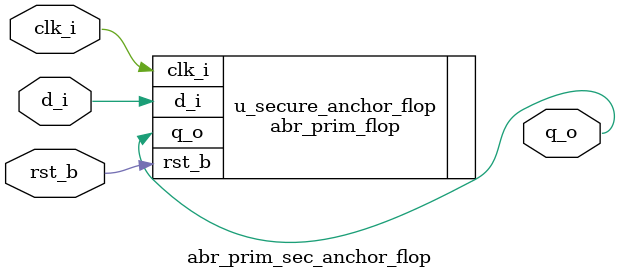
<source format=sv>

`include "abr_prim_assert.sv"

module abr_prim_sec_anchor_flop #(
  parameter int               Width      = 1,
  parameter logic [Width-1:0] ResetValue = 0
) (
  input                    clk_i,
  input                    rst_b,
  input        [Width-1:0] d_i,
  output logic [Width-1:0] q_o
);

  abr_prim_flop #(
    .Width(Width),
    .ResetValue(ResetValue)
  ) u_secure_anchor_flop (
    .clk_i,
    .rst_b,
    .d_i,
    .q_o
  );

endmodule

</source>
